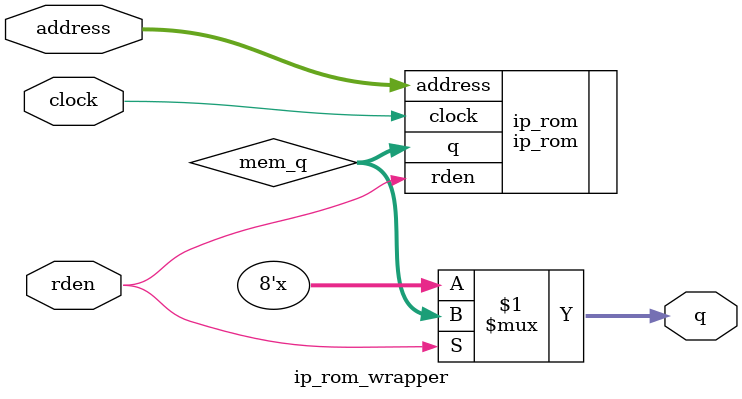
<source format=v>
module ip_rom_wrapper(address, clock, rden, q);

input [14:0] address;
input clock, rden;
output [7:0] q;

wire [7:0] mem_q;

ip_rom ip_rom(
	.address(address), .clock(clock),
	.rden(rden), .q(mem_q)
);

assign q = (rden) ? mem_q : 8'hzz;

endmodule
</source>
